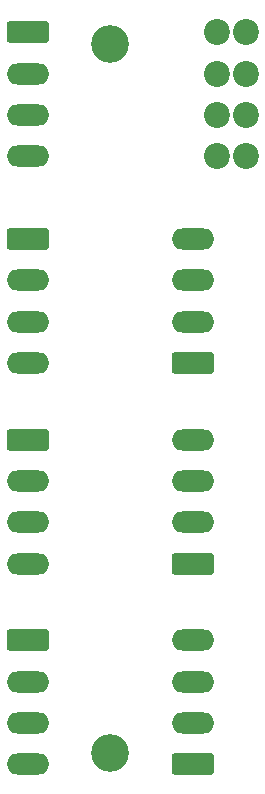
<source format=gbr>
%TF.GenerationSoftware,KiCad,Pcbnew,8.0.2*%
%TF.CreationDate,2024-09-06T00:12:25+02:00*%
%TF.ProjectId,splitX_pluggable_4p,73706c69-7458-45f7-906c-75676761626c,rev?*%
%TF.SameCoordinates,Original*%
%TF.FileFunction,Soldermask,Bot*%
%TF.FilePolarity,Negative*%
%FSLAX46Y46*%
G04 Gerber Fmt 4.6, Leading zero omitted, Abs format (unit mm)*
G04 Created by KiCad (PCBNEW 8.0.2) date 2024-09-06 00:12:25*
%MOMM*%
%LPD*%
G01*
G04 APERTURE LIST*
G04 Aperture macros list*
%AMRoundRect*
0 Rectangle with rounded corners*
0 $1 Rounding radius*
0 $2 $3 $4 $5 $6 $7 $8 $9 X,Y pos of 4 corners*
0 Add a 4 corners polygon primitive as box body*
4,1,4,$2,$3,$4,$5,$6,$7,$8,$9,$2,$3,0*
0 Add four circle primitives for the rounded corners*
1,1,$1+$1,$2,$3*
1,1,$1+$1,$4,$5*
1,1,$1+$1,$6,$7*
1,1,$1+$1,$8,$9*
0 Add four rect primitives between the rounded corners*
20,1,$1+$1,$2,$3,$4,$5,0*
20,1,$1+$1,$4,$5,$6,$7,0*
20,1,$1+$1,$6,$7,$8,$9,0*
20,1,$1+$1,$8,$9,$2,$3,0*%
G04 Aperture macros list end*
%ADD10C,3.200000*%
%ADD11RoundRect,0.250000X-1.550000X0.650000X-1.550000X-0.650000X1.550000X-0.650000X1.550000X0.650000X0*%
%ADD12O,3.600000X1.800000*%
%ADD13RoundRect,0.250000X1.550000X-0.650000X1.550000X0.650000X-1.550000X0.650000X-1.550000X-0.650000X0*%
%ADD14C,2.200000*%
G04 APERTURE END LIST*
D10*
%TO.C,REF\u002A\u002A*%
X98000000Y-48500000D03*
%TD*%
%TO.C,REF\u002A\u002A*%
X98000000Y-108500000D03*
%TD*%
D11*
%TO.C,J108*%
X91000000Y-99000000D03*
D12*
X91000000Y-102500000D03*
X91000000Y-106000000D03*
X91000000Y-109500000D03*
%TD*%
D13*
%TO.C,J107*%
X105000000Y-109500000D03*
D12*
X105000000Y-106000000D03*
X105000000Y-102500000D03*
X105000000Y-99000000D03*
%TD*%
D11*
%TO.C,J106*%
X91000000Y-82000000D03*
D12*
X91000000Y-85500000D03*
X91000000Y-89000000D03*
X91000000Y-92500000D03*
%TD*%
D11*
%TO.C,J105*%
X91000000Y-47500000D03*
D12*
X91000000Y-51000000D03*
X91000000Y-54500000D03*
X91000000Y-58000000D03*
%TD*%
D14*
%TO.C,J104*%
X107000000Y-58000000D03*
X109500000Y-58000000D03*
X107000000Y-54500000D03*
X109500000Y-54500000D03*
X107000000Y-51000000D03*
X109500000Y-51000000D03*
X107000000Y-47500000D03*
X109500000Y-47500000D03*
%TD*%
D13*
%TO.C,J103*%
X105000000Y-92500000D03*
D12*
X105000000Y-89000000D03*
X105000000Y-85500000D03*
X105000000Y-82000000D03*
%TD*%
D13*
%TO.C,J102*%
X105000000Y-75500000D03*
D12*
X105000000Y-72000000D03*
X105000000Y-68500000D03*
X105000000Y-65000000D03*
%TD*%
D11*
%TO.C,J101*%
X91000000Y-65000000D03*
D12*
X91000000Y-68500000D03*
X91000000Y-72000000D03*
X91000000Y-75500000D03*
%TD*%
M02*

</source>
